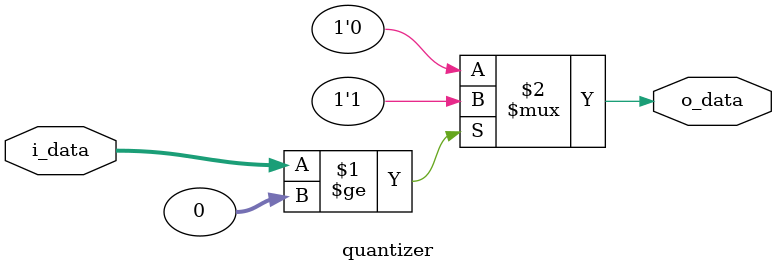
<source format=v>
module quantizer #(
  parameter integer DATA_WIDTH = 4,
  parameter integer QUANTIZATION_LEVELS = 2
) (
  input [DATA_WIDTH-1:0] i_data,
  output o_data
);

  assign o_data = (i_data >= 0) ? 1'b1 : 1'b0;

  // always @(*) begin
  //   if (i_data >= (2**DATA_WIDTH)/2) begin
  //     o_data = 1'b1;
  //   end else begin
  //     o_data = 1'b0;
  //   end
  // end

endmodule
</source>
